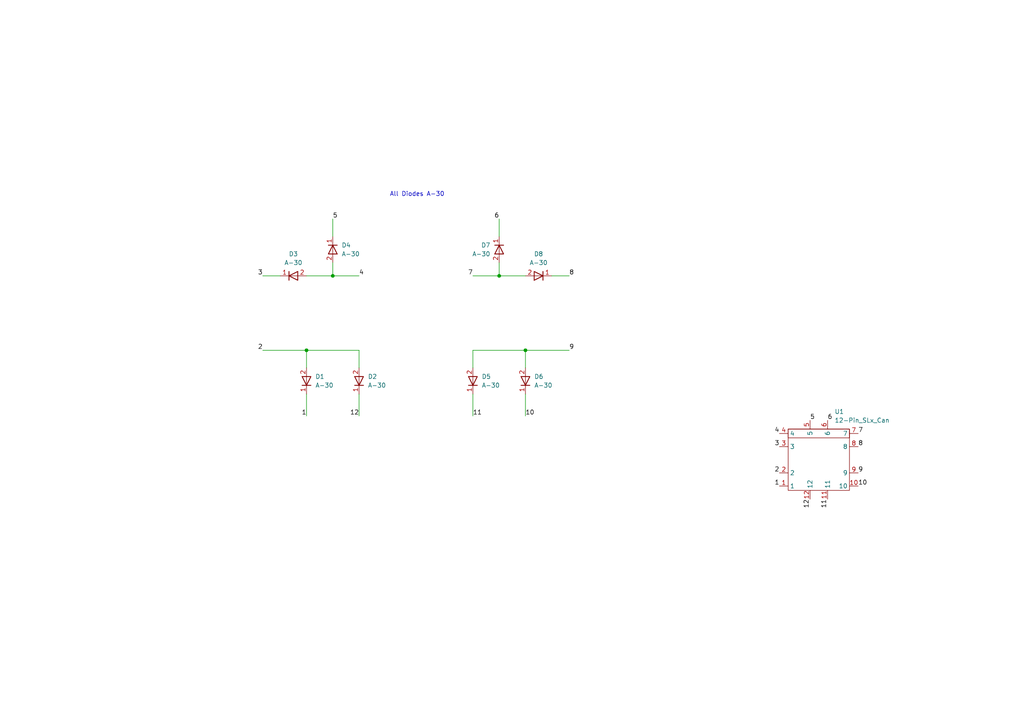
<source format=kicad_sch>
(kicad_sch (version 20211123) (generator eeschema)
  (paper "A4")
  (lib_symbols
    (symbol "IBM_SLT-SLD:12-Pin_SLx_Can"
      (property "Reference" "U" (at 0 -2.54 0))
      (property "Value" "12-Pin_SLx_Can" (at 0 0 0))
      (symbol "12-Pin_SLx_Can_0_1"
        (rectangle (start -8.89 8.89) (end 8.89 -8.89))
        (rectangle (start -8.89 8.89) (end 8.89 6.35))
      )
      (symbol "12-Pin_SLx_Can_1_1"
        (pin passive line (at -11.43 -7.62 0) (length 2.54) (name "1") (number "1"))
        (pin passive line (at 11.43 -7.62 180) (length 2.54) (name "10") (number "10"))
        (pin passive line (at 2.54 -11.43 90) (length 2.54) (name "11") (number "11"))
        (pin passive line (at -2.54 -11.43 90) (length 2.54) (name "12") (number "12"))
        (pin passive line (at -11.43 -3.81 0) (length 2.54) (name "2") (number "2"))
        (pin passive line (at -11.43 3.81 0) (length 2.54) (name "3") (number "3"))
        (pin passive line (at -11.43 7.62 0) (length 2.54) (name "4") (number "4"))
        (pin passive line (at -2.54 11.43 270) (length 2.54) (name "5") (number "5"))
        (pin passive line (at 2.54 11.43 270) (length 2.54) (name "6") (number "6"))
        (pin passive line (at 11.43 7.62 180) (length 2.54) (name "7") (number "7"))
        (pin passive line (at 11.43 3.81 180) (length 2.54) (name "8") (number "8"))
        (pin passive line (at 11.43 -3.81 180) (length 2.54) (name "9") (number "9"))
      )
    )
    (symbol "IBM_SLT-SLD:IBM_Diode"
      (property "Reference" "D" (at 0 5.08 0))
      (property "Value" "IBM_Diode" (at 0 2.54 0))
      (symbol "IBM_Diode_0_1"
        (polyline (pts (xy -1.27 1.27) (xy -1.27 -1.27)) (stroke (width 0.254)))
        (polyline (pts (xy 1.27 0) (xy -1.27 0)))
        (polyline (pts (xy 1.27 1.27) (xy 1.27 -1.27) (xy -1.27 0) (xy 1.27 1.27)) (stroke (width 0.254)))
      )
      (symbol "IBM_Diode_1_1"
        (pin passive line (at -3.81 0 0) (length 2.54) (name "K") (number "1"))
        (pin passive line (at 3.81 0 180) (length 2.54) (name "A") (number "2"))
      )
    )
  )
  (junction (at 96.52 80.01))
  (junction (at 152.4 101.6))
  (junction (at 88.9 101.6))
  (junction (at 144.78 80.01))
  (wire (pts (xy 152.4 114.3) (xy 152.4 120.65)))
  (wire (pts (xy 96.52 63.5) (xy 96.52 68.58)))
  (wire (pts (xy 144.78 63.5) (xy 144.78 68.58)))
  (wire (pts (xy 88.9 80.01) (xy 96.52 80.01)))
  (wire (pts (xy 137.16 114.3) (xy 137.16 120.65)))
  (wire (pts (xy 165.1 101.6) (xy 152.4 101.6)))
  (wire (pts (xy 152.4 80.01) (xy 144.78 80.01)))
  (wire (pts (xy 96.52 80.01) (xy 104.14 80.01)))
  (wire (pts (xy 137.16 106.68) (xy 137.16 101.6)))
  (wire (pts (xy 88.9 101.6) (xy 88.9 106.68)))
  (wire (pts (xy 104.14 106.68) (xy 104.14 101.6)))
  (wire (pts (xy 152.4 101.6) (xy 137.16 101.6)))
  (wire (pts (xy 104.14 114.3) (xy 104.14 120.65)))
  (wire (pts (xy 144.78 76.2) (xy 144.78 80.01)))
  (wire (pts (xy 76.2 101.6) (xy 88.9 101.6)))
  (wire (pts (xy 144.78 80.01) (xy 137.16 80.01)))
  (wire (pts (xy 96.52 76.2) (xy 96.52 80.01)))
  (wire (pts (xy 76.2 80.01) (xy 81.28 80.01)))
  (wire (pts (xy 88.9 114.3) (xy 88.9 120.65)))
  (wire (pts (xy 88.9 101.6) (xy 104.14 101.6)))
  (wire (pts (xy 152.4 101.6) (xy 152.4 106.68)))
  (wire (pts (xy 160.02 80.01) (xy 165.1 80.01)))
  (text "All Diodes A-30" (at 113.03 57.15 0) (effects (font (size 1.27 1.27)) (justify left bottom)))
  (label "9" (at 248.92 137.16 0))
  (label "7" (at 248.92 125.73 0))
  (label "2" (at 76.2 101.6 180))
  (label "5" (at 234.95 121.92 0))
  (label "8" (at 165.1 80.01 0))
  (label "11" (at 240.03 144.78 270))
  (label "10" (at 152.4 120.65 0))
  (label "4" (at 226.06 125.73 180))
  (label "10" (at 248.92 140.97 0))
  (label "3" (at 226.06 129.54 180))
  (label "11" (at 137.16 120.65 0))
  (label "8" (at 248.92 129.54 0))
  (label "9" (at 165.1 101.6 0))
  (label "12" (at 104.14 120.65 180))
  (label "1" (at 226.06 140.97 180))
  (label "4" (at 104.14 80.01 0))
  (label "1" (at 88.9 120.65 180))
  (label "12" (at 234.95 144.78 270))
  (label "5" (at 96.52 63.5 0))
  (label "6" (at 144.78 63.5 180))
  (label "2" (at 226.06 137.16 180))
  (label "7" (at 137.16 80.01 180))
  (label "3" (at 76.2 80.01 180))
  (label "6" (at 240.03 121.92 0))
  (symbol (lib_id "IBM_SLT-SLD:IBM_Diode") (at 96.52 72.39 270) (unit 1)
    (property "Reference" "D4" (at 99.06 71.1199 90) (effects (justify left)))
    (property "Value" "A-30" (at 99.06 73.6599 90) (effects (justify left)))
    (property "Footprint" "Diode_SMD:D_0201_0603Metric" (effects hide))
  )
  (symbol (lib_id "IBM_SLT-SLD:IBM_Diode") (at 104.14 110.49 90) (unit 1)
    (property "Reference" "D2" (at 106.68 109.2199 90) (effects (justify right)))
    (property "Value" "A-30" (at 106.68 111.7599 90) (effects (justify right)))
    (property "Footprint" "Diode_SMD:D_0201_0603Metric" (effects hide))
  )
  (symbol (lib_id "IBM_SLT-SLD:IBM_Diode") (at 144.78 72.39 90) (mirror x) (unit 1)
    (property "Reference" "D7" (at 142.24 71.1199 90) (effects (justify left)))
    (property "Value" "A-30" (at 142.24 73.6599 90) (effects (justify left)))
    (property "Footprint" "Diode_SMD:D_0201_0603Metric" (effects hide))
  )
  (symbol (lib_id "IBM_SLT-SLD:12-Pin_SLx_Can") (at 237.49 133.35 0) (unit 1)
    (property "Reference" "U1" (at 242.0494 119.38 0) (effects (justify left)))
    (property "Value" "12-Pin_SLx_Can" (at 242.0494 121.92 0) (effects (justify left)))
    (property "Footprint" "IBM_SLT-SLD:12-Pin_SLx_Can" (effects hide))
  )
  (symbol (lib_id "IBM_SLT-SLD:IBM_Diode") (at 88.9 110.49 90) (unit 1)
    (property "Reference" "D1" (at 91.44 109.2199 90) (effects (justify right)))
    (property "Value" "A-30" (at 91.44 111.7599 90) (effects (justify right)))
    (property "Footprint" "Diode_SMD:D_0201_0603Metric" (effects hide))
  )
  (symbol (lib_id "IBM_SLT-SLD:IBM_Diode") (at 156.21 80.01 180) (unit 1)
    (property "Reference" "D8" (at 156.21 73.66 0))
    (property "Value" "A-30" (at 156.21 76.2 0))
    (property "Footprint" "Diode_SMD:D_0201_0603Metric" (effects hide))
  )
  (symbol (lib_id "IBM_SLT-SLD:IBM_Diode") (at 85.09 80.01 0) (unit 1)
    (property "Reference" "D3" (at 85.09 73.66 0))
    (property "Value" "A-30" (at 85.09 76.2 0))
    (property "Footprint" "Diode_SMD:D_0201_0603Metric" (effects hide))
  )
  (symbol (lib_id "IBM_SLT-SLD:IBM_Diode") (at 137.16 110.49 90) (unit 1)
    (property "Reference" "D5" (at 139.7 109.2199 90) (effects (justify right)))
    (property "Value" "A-30" (at 139.7 111.7599 90) (effects (justify right)))
    (property "Footprint" "Diode_SMD:D_0201_0603Metric" (effects hide))
  )
  (symbol (lib_id "IBM_SLT-SLD:IBM_Diode") (at 152.4 110.49 90) (unit 1)
    (property "Reference" "D6" (at 154.94 109.2199 90) (effects (justify right)))
    (property "Value" "A-30" (at 154.94 111.7599 90) (effects (justify right)))
    (property "Footprint" "Diode_SMD:D_0201_0603Metric" (effects hide))
  )
)
</source>
